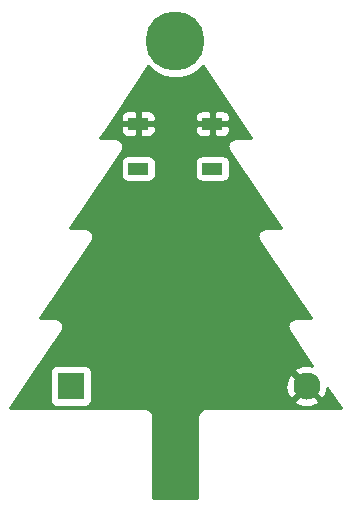
<source format=gbr>
G04 #@! TF.GenerationSoftware,KiCad,Pcbnew,(5.1.4)-1*
G04 #@! TF.CreationDate,2020-11-14T12:40:31-05:00*
G04 #@! TF.ProjectId,circuit,63697263-7569-4742-9e6b-696361645f70,rev?*
G04 #@! TF.SameCoordinates,Original*
G04 #@! TF.FileFunction,Copper,L2,Bot*
G04 #@! TF.FilePolarity,Positive*
%FSLAX46Y46*%
G04 Gerber Fmt 4.6, Leading zero omitted, Abs format (unit mm)*
G04 Created by KiCad (PCBNEW (5.1.4)-1) date 2020-11-14 12:40:31*
%MOMM*%
%LPD*%
G04 APERTURE LIST*
%ADD10C,0.800000*%
%ADD11C,5.000000*%
%ADD12R,1.700000X1.000000*%
%ADD13R,2.300000X2.300000*%
%ADD14C,2.300000*%
%ADD15C,0.254000*%
G04 APERTURE END LIST*
D10*
X64825825Y-43124175D03*
X63500000Y-42575000D03*
X62174175Y-43124175D03*
X61625000Y-44450000D03*
X62174175Y-45775825D03*
X63500000Y-46325000D03*
X64825825Y-45775825D03*
X65375000Y-44450000D03*
D11*
X63500000Y-44450000D03*
D12*
X60350000Y-55240000D03*
X66650000Y-55240000D03*
X60350000Y-51440000D03*
X66650000Y-51440000D03*
D13*
X54640000Y-73650000D03*
D14*
X74610000Y-73660000D03*
D10*
X66675000Y-51435000D03*
X60325000Y-51435000D03*
X61976000Y-82550000D03*
X63500000Y-82550000D03*
X65024000Y-82550000D03*
X66650000Y-55240000D03*
X60350000Y-55240000D03*
D15*
G36*
X69886778Y-52680000D02*
G01*
X68612757Y-52680000D01*
X68580693Y-52676808D01*
X68547934Y-52680000D01*
X68547581Y-52680000D01*
X68514866Y-52683222D01*
X68451299Y-52689416D01*
X68450971Y-52689515D01*
X68450617Y-52689550D01*
X68387927Y-52708567D01*
X68326849Y-52727025D01*
X68326543Y-52727188D01*
X68326207Y-52727290D01*
X68268531Y-52758118D01*
X68212127Y-52788191D01*
X68211861Y-52788409D01*
X68211550Y-52788575D01*
X68161126Y-52829957D01*
X68111543Y-52870562D01*
X68111323Y-52870830D01*
X68111052Y-52871052D01*
X68069507Y-52921674D01*
X68028962Y-52970974D01*
X68028801Y-52971275D01*
X68028575Y-52971550D01*
X67997765Y-53029191D01*
X67967556Y-53085566D01*
X67967455Y-53085899D01*
X67967290Y-53086207D01*
X67948274Y-53148892D01*
X67929687Y-53209938D01*
X67929653Y-53210276D01*
X67929550Y-53210617D01*
X67923113Y-53275974D01*
X67916808Y-53339307D01*
X67916841Y-53339650D01*
X67916807Y-53340000D01*
X67923224Y-53405157D01*
X67929416Y-53468701D01*
X67929515Y-53469029D01*
X67929550Y-53469383D01*
X67948567Y-53532073D01*
X67967025Y-53593151D01*
X67967188Y-53593457D01*
X67967290Y-53593793D01*
X67997963Y-53651178D01*
X68012864Y-53679127D01*
X68013054Y-53679412D01*
X68028575Y-53708450D01*
X68049024Y-53733367D01*
X72426778Y-60300000D01*
X71152757Y-60300000D01*
X71120693Y-60296808D01*
X71087934Y-60300000D01*
X71087581Y-60300000D01*
X71054866Y-60303222D01*
X70991299Y-60309416D01*
X70990971Y-60309515D01*
X70990617Y-60309550D01*
X70927927Y-60328567D01*
X70866849Y-60347025D01*
X70866543Y-60347188D01*
X70866207Y-60347290D01*
X70808531Y-60378118D01*
X70752127Y-60408191D01*
X70751861Y-60408409D01*
X70751550Y-60408575D01*
X70701126Y-60449957D01*
X70651543Y-60490562D01*
X70651323Y-60490830D01*
X70651052Y-60491052D01*
X70609507Y-60541674D01*
X70568962Y-60590974D01*
X70568801Y-60591275D01*
X70568575Y-60591550D01*
X70537765Y-60649191D01*
X70507556Y-60705566D01*
X70507455Y-60705899D01*
X70507290Y-60706207D01*
X70488274Y-60768892D01*
X70469687Y-60829938D01*
X70469653Y-60830276D01*
X70469550Y-60830617D01*
X70463113Y-60895974D01*
X70456808Y-60959307D01*
X70456841Y-60959650D01*
X70456807Y-60960000D01*
X70463224Y-61025157D01*
X70469416Y-61088701D01*
X70469515Y-61089029D01*
X70469550Y-61089383D01*
X70488567Y-61152073D01*
X70507025Y-61213151D01*
X70507188Y-61213457D01*
X70507290Y-61213793D01*
X70537963Y-61271178D01*
X70552864Y-61299127D01*
X70553054Y-61299412D01*
X70568575Y-61328450D01*
X70589024Y-61353367D01*
X74966778Y-67920000D01*
X73692757Y-67920000D01*
X73660693Y-67916808D01*
X73627934Y-67920000D01*
X73627581Y-67920000D01*
X73594866Y-67923222D01*
X73531299Y-67929416D01*
X73530971Y-67929515D01*
X73530617Y-67929550D01*
X73467927Y-67948567D01*
X73406849Y-67967025D01*
X73406543Y-67967188D01*
X73406207Y-67967290D01*
X73348531Y-67998118D01*
X73292127Y-68028191D01*
X73291861Y-68028409D01*
X73291550Y-68028575D01*
X73241126Y-68069957D01*
X73191543Y-68110562D01*
X73191323Y-68110830D01*
X73191052Y-68111052D01*
X73149507Y-68161674D01*
X73108962Y-68210974D01*
X73108801Y-68211275D01*
X73108575Y-68211550D01*
X73077765Y-68269191D01*
X73047556Y-68325566D01*
X73047455Y-68325899D01*
X73047290Y-68326207D01*
X73028274Y-68388892D01*
X73009687Y-68449938D01*
X73009653Y-68450276D01*
X73009550Y-68450617D01*
X73003113Y-68515974D01*
X72996808Y-68579307D01*
X72996841Y-68579650D01*
X72996807Y-68580000D01*
X73003224Y-68645157D01*
X73009416Y-68708701D01*
X73009515Y-68709029D01*
X73009550Y-68709383D01*
X73028567Y-68772073D01*
X73047025Y-68833151D01*
X73047188Y-68833457D01*
X73047290Y-68833793D01*
X73077963Y-68891178D01*
X73092864Y-68919127D01*
X73093054Y-68919412D01*
X73108575Y-68948450D01*
X73129024Y-68973367D01*
X75110991Y-71946318D01*
X74904174Y-71890651D01*
X74553339Y-71867259D01*
X74204681Y-71912760D01*
X73871600Y-72025406D01*
X73661118Y-72137910D01*
X73547256Y-72417651D01*
X74610000Y-73480395D01*
X74624143Y-73466253D01*
X74803748Y-73645858D01*
X74789605Y-73660000D01*
X75852349Y-74722744D01*
X76132090Y-74608882D01*
X76287961Y-74293704D01*
X76379349Y-73954174D01*
X76385733Y-73858431D01*
X77506778Y-75540000D01*
X66072419Y-75540000D01*
X66040000Y-75536807D01*
X66007581Y-75540000D01*
X65910617Y-75549550D01*
X65786207Y-75587290D01*
X65671550Y-75648575D01*
X65571052Y-75731052D01*
X65488575Y-75831550D01*
X65427290Y-75946207D01*
X65389550Y-76070617D01*
X65376807Y-76200000D01*
X65380001Y-76232429D01*
X65380000Y-83160000D01*
X61620000Y-83160000D01*
X61620000Y-76232419D01*
X61623193Y-76200000D01*
X61610450Y-76070617D01*
X61572710Y-75946207D01*
X61511425Y-75831550D01*
X61428948Y-75731052D01*
X61328450Y-75648575D01*
X61213793Y-75587290D01*
X61089383Y-75549550D01*
X60992419Y-75540000D01*
X60960000Y-75536807D01*
X60927581Y-75540000D01*
X49493221Y-75540000D01*
X51519887Y-72500000D01*
X52851928Y-72500000D01*
X52851928Y-74800000D01*
X52864188Y-74924482D01*
X52900498Y-75044180D01*
X52959463Y-75154494D01*
X53038815Y-75251185D01*
X53135506Y-75330537D01*
X53245820Y-75389502D01*
X53365518Y-75425812D01*
X53490000Y-75438072D01*
X55790000Y-75438072D01*
X55914482Y-75425812D01*
X56034180Y-75389502D01*
X56144494Y-75330537D01*
X56241185Y-75251185D01*
X56320537Y-75154494D01*
X56379502Y-75044180D01*
X56415812Y-74924482D01*
X56417991Y-74902349D01*
X73547256Y-74902349D01*
X73661118Y-75182090D01*
X73976296Y-75337961D01*
X74315826Y-75429349D01*
X74666661Y-75452741D01*
X75015319Y-75407240D01*
X75348400Y-75294594D01*
X75558882Y-75182090D01*
X75672744Y-74902349D01*
X74610000Y-73839605D01*
X73547256Y-74902349D01*
X56417991Y-74902349D01*
X56428072Y-74800000D01*
X56428072Y-73716661D01*
X72817259Y-73716661D01*
X72862760Y-74065319D01*
X72975406Y-74398400D01*
X73087910Y-74608882D01*
X73367651Y-74722744D01*
X74430395Y-73660000D01*
X73367651Y-72597256D01*
X73087910Y-72711118D01*
X72932039Y-73026296D01*
X72840651Y-73365826D01*
X72817259Y-73716661D01*
X56428072Y-73716661D01*
X56428072Y-72500000D01*
X56415812Y-72375518D01*
X56379502Y-72255820D01*
X56320537Y-72145506D01*
X56241185Y-72048815D01*
X56144494Y-71969463D01*
X56034180Y-71910498D01*
X55914482Y-71874188D01*
X55790000Y-71861928D01*
X53490000Y-71861928D01*
X53365518Y-71874188D01*
X53245820Y-71910498D01*
X53135506Y-71969463D01*
X53038815Y-72048815D01*
X52959463Y-72145506D01*
X52900498Y-72255820D01*
X52864188Y-72375518D01*
X52851928Y-72500000D01*
X51519887Y-72500000D01*
X53870978Y-68973365D01*
X53891425Y-68948450D01*
X53906945Y-68919414D01*
X53907135Y-68919129D01*
X53922124Y-68891015D01*
X53952710Y-68833793D01*
X53952811Y-68833459D01*
X53952975Y-68833152D01*
X53971552Y-68771680D01*
X53990450Y-68709383D01*
X53990485Y-68709032D01*
X53990584Y-68708703D01*
X53996785Y-68645062D01*
X54003193Y-68580000D01*
X54003159Y-68579650D01*
X54003192Y-68579307D01*
X53996887Y-68515974D01*
X53990450Y-68450617D01*
X53990347Y-68450276D01*
X53990313Y-68449938D01*
X53971766Y-68389024D01*
X53952710Y-68326207D01*
X53952545Y-68325898D01*
X53952444Y-68325567D01*
X53922342Y-68269392D01*
X53891425Y-68211550D01*
X53891199Y-68211275D01*
X53891038Y-68210974D01*
X53850493Y-68161674D01*
X53808948Y-68111052D01*
X53808677Y-68110830D01*
X53808457Y-68110562D01*
X53758874Y-68069957D01*
X53708450Y-68028575D01*
X53708139Y-68028409D01*
X53707873Y-68028191D01*
X53651469Y-67998118D01*
X53593793Y-67967290D01*
X53593457Y-67967188D01*
X53593151Y-67967025D01*
X53532073Y-67948567D01*
X53469383Y-67929550D01*
X53469029Y-67929515D01*
X53468701Y-67929416D01*
X53405180Y-67923227D01*
X53372419Y-67920000D01*
X53372065Y-67920000D01*
X53339306Y-67916808D01*
X53307242Y-67920000D01*
X52033221Y-67920000D01*
X56410978Y-61353365D01*
X56431425Y-61328450D01*
X56446945Y-61299414D01*
X56447135Y-61299129D01*
X56462124Y-61271015D01*
X56492710Y-61213793D01*
X56492811Y-61213459D01*
X56492975Y-61213152D01*
X56511552Y-61151680D01*
X56530450Y-61089383D01*
X56530485Y-61089032D01*
X56530584Y-61088703D01*
X56536785Y-61025062D01*
X56543193Y-60960000D01*
X56543159Y-60959650D01*
X56543192Y-60959307D01*
X56536887Y-60895974D01*
X56530450Y-60830617D01*
X56530347Y-60830276D01*
X56530313Y-60829938D01*
X56511766Y-60769024D01*
X56492710Y-60706207D01*
X56492545Y-60705898D01*
X56492444Y-60705567D01*
X56462342Y-60649392D01*
X56431425Y-60591550D01*
X56431199Y-60591275D01*
X56431038Y-60590974D01*
X56390493Y-60541674D01*
X56348948Y-60491052D01*
X56348677Y-60490830D01*
X56348457Y-60490562D01*
X56298874Y-60449957D01*
X56248450Y-60408575D01*
X56248139Y-60408409D01*
X56247873Y-60408191D01*
X56191469Y-60378118D01*
X56133793Y-60347290D01*
X56133457Y-60347188D01*
X56133151Y-60347025D01*
X56072073Y-60328567D01*
X56009383Y-60309550D01*
X56009029Y-60309515D01*
X56008701Y-60309416D01*
X55945180Y-60303227D01*
X55912419Y-60300000D01*
X55912065Y-60300000D01*
X55879306Y-60296808D01*
X55847242Y-60300000D01*
X54573221Y-60300000D01*
X58279887Y-54740000D01*
X58861928Y-54740000D01*
X58861928Y-55740000D01*
X58874188Y-55864482D01*
X58910498Y-55984180D01*
X58969463Y-56094494D01*
X59048815Y-56191185D01*
X59145506Y-56270537D01*
X59255820Y-56329502D01*
X59375518Y-56365812D01*
X59500000Y-56378072D01*
X61200000Y-56378072D01*
X61324482Y-56365812D01*
X61444180Y-56329502D01*
X61554494Y-56270537D01*
X61651185Y-56191185D01*
X61730537Y-56094494D01*
X61789502Y-55984180D01*
X61825812Y-55864482D01*
X61838072Y-55740000D01*
X61838072Y-54740000D01*
X65161928Y-54740000D01*
X65161928Y-55740000D01*
X65174188Y-55864482D01*
X65210498Y-55984180D01*
X65269463Y-56094494D01*
X65348815Y-56191185D01*
X65445506Y-56270537D01*
X65555820Y-56329502D01*
X65675518Y-56365812D01*
X65800000Y-56378072D01*
X67500000Y-56378072D01*
X67624482Y-56365812D01*
X67744180Y-56329502D01*
X67854494Y-56270537D01*
X67951185Y-56191185D01*
X68030537Y-56094494D01*
X68089502Y-55984180D01*
X68125812Y-55864482D01*
X68138072Y-55740000D01*
X68138072Y-54740000D01*
X68125812Y-54615518D01*
X68089502Y-54495820D01*
X68030537Y-54385506D01*
X67951185Y-54288815D01*
X67854494Y-54209463D01*
X67744180Y-54150498D01*
X67624482Y-54114188D01*
X67500000Y-54101928D01*
X65800000Y-54101928D01*
X65675518Y-54114188D01*
X65555820Y-54150498D01*
X65445506Y-54209463D01*
X65348815Y-54288815D01*
X65269463Y-54385506D01*
X65210498Y-54495820D01*
X65174188Y-54615518D01*
X65161928Y-54740000D01*
X61838072Y-54740000D01*
X61825812Y-54615518D01*
X61789502Y-54495820D01*
X61730537Y-54385506D01*
X61651185Y-54288815D01*
X61554494Y-54209463D01*
X61444180Y-54150498D01*
X61324482Y-54114188D01*
X61200000Y-54101928D01*
X59500000Y-54101928D01*
X59375518Y-54114188D01*
X59255820Y-54150498D01*
X59145506Y-54209463D01*
X59048815Y-54288815D01*
X58969463Y-54385506D01*
X58910498Y-54495820D01*
X58874188Y-54615518D01*
X58861928Y-54740000D01*
X58279887Y-54740000D01*
X58950978Y-53733365D01*
X58971425Y-53708450D01*
X58986945Y-53679414D01*
X58987135Y-53679129D01*
X59002124Y-53651015D01*
X59032710Y-53593793D01*
X59032811Y-53593459D01*
X59032975Y-53593152D01*
X59051552Y-53531680D01*
X59070450Y-53469383D01*
X59070485Y-53469032D01*
X59070584Y-53468703D01*
X59076785Y-53405062D01*
X59083193Y-53340000D01*
X59083159Y-53339650D01*
X59083192Y-53339307D01*
X59076887Y-53275974D01*
X59070450Y-53210617D01*
X59070347Y-53210276D01*
X59070313Y-53209938D01*
X59051766Y-53149024D01*
X59032710Y-53086207D01*
X59032545Y-53085898D01*
X59032444Y-53085567D01*
X59002342Y-53029392D01*
X58971425Y-52971550D01*
X58971199Y-52971275D01*
X58971038Y-52970974D01*
X58930493Y-52921674D01*
X58888948Y-52871052D01*
X58888677Y-52870830D01*
X58888457Y-52870562D01*
X58838874Y-52829957D01*
X58788450Y-52788575D01*
X58788139Y-52788409D01*
X58787873Y-52788191D01*
X58731469Y-52758118D01*
X58673793Y-52727290D01*
X58673457Y-52727188D01*
X58673151Y-52727025D01*
X58612073Y-52708567D01*
X58549383Y-52689550D01*
X58549029Y-52689515D01*
X58548701Y-52689416D01*
X58485180Y-52683227D01*
X58452419Y-52680000D01*
X58452065Y-52680000D01*
X58419306Y-52676808D01*
X58387242Y-52680000D01*
X57113221Y-52680000D01*
X57606554Y-51940000D01*
X58861928Y-51940000D01*
X58874188Y-52064482D01*
X58910498Y-52184180D01*
X58969463Y-52294494D01*
X59048815Y-52391185D01*
X59145506Y-52470537D01*
X59255820Y-52529502D01*
X59375518Y-52565812D01*
X59500000Y-52578072D01*
X60064250Y-52575000D01*
X60223000Y-52416250D01*
X60223000Y-51567000D01*
X60477000Y-51567000D01*
X60477000Y-52416250D01*
X60635750Y-52575000D01*
X61200000Y-52578072D01*
X61324482Y-52565812D01*
X61444180Y-52529502D01*
X61554494Y-52470537D01*
X61651185Y-52391185D01*
X61730537Y-52294494D01*
X61789502Y-52184180D01*
X61825812Y-52064482D01*
X61838072Y-51940000D01*
X65161928Y-51940000D01*
X65174188Y-52064482D01*
X65210498Y-52184180D01*
X65269463Y-52294494D01*
X65348815Y-52391185D01*
X65445506Y-52470537D01*
X65555820Y-52529502D01*
X65675518Y-52565812D01*
X65800000Y-52578072D01*
X66364250Y-52575000D01*
X66523000Y-52416250D01*
X66523000Y-51567000D01*
X66777000Y-51567000D01*
X66777000Y-52416250D01*
X66935750Y-52575000D01*
X67500000Y-52578072D01*
X67624482Y-52565812D01*
X67744180Y-52529502D01*
X67854494Y-52470537D01*
X67951185Y-52391185D01*
X68030537Y-52294494D01*
X68089502Y-52184180D01*
X68125812Y-52064482D01*
X68138072Y-51940000D01*
X68135000Y-51725750D01*
X67976250Y-51567000D01*
X66777000Y-51567000D01*
X66523000Y-51567000D01*
X65323750Y-51567000D01*
X65165000Y-51725750D01*
X65161928Y-51940000D01*
X61838072Y-51940000D01*
X61835000Y-51725750D01*
X61676250Y-51567000D01*
X60477000Y-51567000D01*
X60223000Y-51567000D01*
X59023750Y-51567000D01*
X58865000Y-51725750D01*
X58861928Y-51940000D01*
X57606554Y-51940000D01*
X58273220Y-50940000D01*
X58861928Y-50940000D01*
X58865000Y-51154250D01*
X59023750Y-51313000D01*
X60223000Y-51313000D01*
X60223000Y-50463750D01*
X60477000Y-50463750D01*
X60477000Y-51313000D01*
X61676250Y-51313000D01*
X61835000Y-51154250D01*
X61838072Y-50940000D01*
X65161928Y-50940000D01*
X65165000Y-51154250D01*
X65323750Y-51313000D01*
X66523000Y-51313000D01*
X66523000Y-50463750D01*
X66777000Y-50463750D01*
X66777000Y-51313000D01*
X67976250Y-51313000D01*
X68135000Y-51154250D01*
X68138072Y-50940000D01*
X68125812Y-50815518D01*
X68089502Y-50695820D01*
X68030537Y-50585506D01*
X67951185Y-50488815D01*
X67854494Y-50409463D01*
X67744180Y-50350498D01*
X67624482Y-50314188D01*
X67500000Y-50301928D01*
X66935750Y-50305000D01*
X66777000Y-50463750D01*
X66523000Y-50463750D01*
X66364250Y-50305000D01*
X65800000Y-50301928D01*
X65675518Y-50314188D01*
X65555820Y-50350498D01*
X65445506Y-50409463D01*
X65348815Y-50488815D01*
X65269463Y-50585506D01*
X65210498Y-50695820D01*
X65174188Y-50815518D01*
X65161928Y-50940000D01*
X61838072Y-50940000D01*
X61825812Y-50815518D01*
X61789502Y-50695820D01*
X61730537Y-50585506D01*
X61651185Y-50488815D01*
X61554494Y-50409463D01*
X61444180Y-50350498D01*
X61324482Y-50314188D01*
X61200000Y-50301928D01*
X60635750Y-50305000D01*
X60477000Y-50463750D01*
X60223000Y-50463750D01*
X60064250Y-50305000D01*
X59500000Y-50301928D01*
X59375518Y-50314188D01*
X59255820Y-50350498D01*
X59145506Y-50409463D01*
X59048815Y-50488815D01*
X58969463Y-50585506D01*
X58910498Y-50695820D01*
X58874188Y-50815518D01*
X58861928Y-50940000D01*
X58273220Y-50940000D01*
X61186509Y-46570069D01*
X61501554Y-46885114D01*
X62015021Y-47228201D01*
X62585554Y-47464524D01*
X63191229Y-47585000D01*
X63808771Y-47585000D01*
X64414446Y-47464524D01*
X64984979Y-47228201D01*
X65498446Y-46885114D01*
X65813492Y-46570068D01*
X69886778Y-52680000D01*
X69886778Y-52680000D01*
G37*
X69886778Y-52680000D02*
X68612757Y-52680000D01*
X68580693Y-52676808D01*
X68547934Y-52680000D01*
X68547581Y-52680000D01*
X68514866Y-52683222D01*
X68451299Y-52689416D01*
X68450971Y-52689515D01*
X68450617Y-52689550D01*
X68387927Y-52708567D01*
X68326849Y-52727025D01*
X68326543Y-52727188D01*
X68326207Y-52727290D01*
X68268531Y-52758118D01*
X68212127Y-52788191D01*
X68211861Y-52788409D01*
X68211550Y-52788575D01*
X68161126Y-52829957D01*
X68111543Y-52870562D01*
X68111323Y-52870830D01*
X68111052Y-52871052D01*
X68069507Y-52921674D01*
X68028962Y-52970974D01*
X68028801Y-52971275D01*
X68028575Y-52971550D01*
X67997765Y-53029191D01*
X67967556Y-53085566D01*
X67967455Y-53085899D01*
X67967290Y-53086207D01*
X67948274Y-53148892D01*
X67929687Y-53209938D01*
X67929653Y-53210276D01*
X67929550Y-53210617D01*
X67923113Y-53275974D01*
X67916808Y-53339307D01*
X67916841Y-53339650D01*
X67916807Y-53340000D01*
X67923224Y-53405157D01*
X67929416Y-53468701D01*
X67929515Y-53469029D01*
X67929550Y-53469383D01*
X67948567Y-53532073D01*
X67967025Y-53593151D01*
X67967188Y-53593457D01*
X67967290Y-53593793D01*
X67997963Y-53651178D01*
X68012864Y-53679127D01*
X68013054Y-53679412D01*
X68028575Y-53708450D01*
X68049024Y-53733367D01*
X72426778Y-60300000D01*
X71152757Y-60300000D01*
X71120693Y-60296808D01*
X71087934Y-60300000D01*
X71087581Y-60300000D01*
X71054866Y-60303222D01*
X70991299Y-60309416D01*
X70990971Y-60309515D01*
X70990617Y-60309550D01*
X70927927Y-60328567D01*
X70866849Y-60347025D01*
X70866543Y-60347188D01*
X70866207Y-60347290D01*
X70808531Y-60378118D01*
X70752127Y-60408191D01*
X70751861Y-60408409D01*
X70751550Y-60408575D01*
X70701126Y-60449957D01*
X70651543Y-60490562D01*
X70651323Y-60490830D01*
X70651052Y-60491052D01*
X70609507Y-60541674D01*
X70568962Y-60590974D01*
X70568801Y-60591275D01*
X70568575Y-60591550D01*
X70537765Y-60649191D01*
X70507556Y-60705566D01*
X70507455Y-60705899D01*
X70507290Y-60706207D01*
X70488274Y-60768892D01*
X70469687Y-60829938D01*
X70469653Y-60830276D01*
X70469550Y-60830617D01*
X70463113Y-60895974D01*
X70456808Y-60959307D01*
X70456841Y-60959650D01*
X70456807Y-60960000D01*
X70463224Y-61025157D01*
X70469416Y-61088701D01*
X70469515Y-61089029D01*
X70469550Y-61089383D01*
X70488567Y-61152073D01*
X70507025Y-61213151D01*
X70507188Y-61213457D01*
X70507290Y-61213793D01*
X70537963Y-61271178D01*
X70552864Y-61299127D01*
X70553054Y-61299412D01*
X70568575Y-61328450D01*
X70589024Y-61353367D01*
X74966778Y-67920000D01*
X73692757Y-67920000D01*
X73660693Y-67916808D01*
X73627934Y-67920000D01*
X73627581Y-67920000D01*
X73594866Y-67923222D01*
X73531299Y-67929416D01*
X73530971Y-67929515D01*
X73530617Y-67929550D01*
X73467927Y-67948567D01*
X73406849Y-67967025D01*
X73406543Y-67967188D01*
X73406207Y-67967290D01*
X73348531Y-67998118D01*
X73292127Y-68028191D01*
X73291861Y-68028409D01*
X73291550Y-68028575D01*
X73241126Y-68069957D01*
X73191543Y-68110562D01*
X73191323Y-68110830D01*
X73191052Y-68111052D01*
X73149507Y-68161674D01*
X73108962Y-68210974D01*
X73108801Y-68211275D01*
X73108575Y-68211550D01*
X73077765Y-68269191D01*
X73047556Y-68325566D01*
X73047455Y-68325899D01*
X73047290Y-68326207D01*
X73028274Y-68388892D01*
X73009687Y-68449938D01*
X73009653Y-68450276D01*
X73009550Y-68450617D01*
X73003113Y-68515974D01*
X72996808Y-68579307D01*
X72996841Y-68579650D01*
X72996807Y-68580000D01*
X73003224Y-68645157D01*
X73009416Y-68708701D01*
X73009515Y-68709029D01*
X73009550Y-68709383D01*
X73028567Y-68772073D01*
X73047025Y-68833151D01*
X73047188Y-68833457D01*
X73047290Y-68833793D01*
X73077963Y-68891178D01*
X73092864Y-68919127D01*
X73093054Y-68919412D01*
X73108575Y-68948450D01*
X73129024Y-68973367D01*
X75110991Y-71946318D01*
X74904174Y-71890651D01*
X74553339Y-71867259D01*
X74204681Y-71912760D01*
X73871600Y-72025406D01*
X73661118Y-72137910D01*
X73547256Y-72417651D01*
X74610000Y-73480395D01*
X74624143Y-73466253D01*
X74803748Y-73645858D01*
X74789605Y-73660000D01*
X75852349Y-74722744D01*
X76132090Y-74608882D01*
X76287961Y-74293704D01*
X76379349Y-73954174D01*
X76385733Y-73858431D01*
X77506778Y-75540000D01*
X66072419Y-75540000D01*
X66040000Y-75536807D01*
X66007581Y-75540000D01*
X65910617Y-75549550D01*
X65786207Y-75587290D01*
X65671550Y-75648575D01*
X65571052Y-75731052D01*
X65488575Y-75831550D01*
X65427290Y-75946207D01*
X65389550Y-76070617D01*
X65376807Y-76200000D01*
X65380001Y-76232429D01*
X65380000Y-83160000D01*
X61620000Y-83160000D01*
X61620000Y-76232419D01*
X61623193Y-76200000D01*
X61610450Y-76070617D01*
X61572710Y-75946207D01*
X61511425Y-75831550D01*
X61428948Y-75731052D01*
X61328450Y-75648575D01*
X61213793Y-75587290D01*
X61089383Y-75549550D01*
X60992419Y-75540000D01*
X60960000Y-75536807D01*
X60927581Y-75540000D01*
X49493221Y-75540000D01*
X51519887Y-72500000D01*
X52851928Y-72500000D01*
X52851928Y-74800000D01*
X52864188Y-74924482D01*
X52900498Y-75044180D01*
X52959463Y-75154494D01*
X53038815Y-75251185D01*
X53135506Y-75330537D01*
X53245820Y-75389502D01*
X53365518Y-75425812D01*
X53490000Y-75438072D01*
X55790000Y-75438072D01*
X55914482Y-75425812D01*
X56034180Y-75389502D01*
X56144494Y-75330537D01*
X56241185Y-75251185D01*
X56320537Y-75154494D01*
X56379502Y-75044180D01*
X56415812Y-74924482D01*
X56417991Y-74902349D01*
X73547256Y-74902349D01*
X73661118Y-75182090D01*
X73976296Y-75337961D01*
X74315826Y-75429349D01*
X74666661Y-75452741D01*
X75015319Y-75407240D01*
X75348400Y-75294594D01*
X75558882Y-75182090D01*
X75672744Y-74902349D01*
X74610000Y-73839605D01*
X73547256Y-74902349D01*
X56417991Y-74902349D01*
X56428072Y-74800000D01*
X56428072Y-73716661D01*
X72817259Y-73716661D01*
X72862760Y-74065319D01*
X72975406Y-74398400D01*
X73087910Y-74608882D01*
X73367651Y-74722744D01*
X74430395Y-73660000D01*
X73367651Y-72597256D01*
X73087910Y-72711118D01*
X72932039Y-73026296D01*
X72840651Y-73365826D01*
X72817259Y-73716661D01*
X56428072Y-73716661D01*
X56428072Y-72500000D01*
X56415812Y-72375518D01*
X56379502Y-72255820D01*
X56320537Y-72145506D01*
X56241185Y-72048815D01*
X56144494Y-71969463D01*
X56034180Y-71910498D01*
X55914482Y-71874188D01*
X55790000Y-71861928D01*
X53490000Y-71861928D01*
X53365518Y-71874188D01*
X53245820Y-71910498D01*
X53135506Y-71969463D01*
X53038815Y-72048815D01*
X52959463Y-72145506D01*
X52900498Y-72255820D01*
X52864188Y-72375518D01*
X52851928Y-72500000D01*
X51519887Y-72500000D01*
X53870978Y-68973365D01*
X53891425Y-68948450D01*
X53906945Y-68919414D01*
X53907135Y-68919129D01*
X53922124Y-68891015D01*
X53952710Y-68833793D01*
X53952811Y-68833459D01*
X53952975Y-68833152D01*
X53971552Y-68771680D01*
X53990450Y-68709383D01*
X53990485Y-68709032D01*
X53990584Y-68708703D01*
X53996785Y-68645062D01*
X54003193Y-68580000D01*
X54003159Y-68579650D01*
X54003192Y-68579307D01*
X53996887Y-68515974D01*
X53990450Y-68450617D01*
X53990347Y-68450276D01*
X53990313Y-68449938D01*
X53971766Y-68389024D01*
X53952710Y-68326207D01*
X53952545Y-68325898D01*
X53952444Y-68325567D01*
X53922342Y-68269392D01*
X53891425Y-68211550D01*
X53891199Y-68211275D01*
X53891038Y-68210974D01*
X53850493Y-68161674D01*
X53808948Y-68111052D01*
X53808677Y-68110830D01*
X53808457Y-68110562D01*
X53758874Y-68069957D01*
X53708450Y-68028575D01*
X53708139Y-68028409D01*
X53707873Y-68028191D01*
X53651469Y-67998118D01*
X53593793Y-67967290D01*
X53593457Y-67967188D01*
X53593151Y-67967025D01*
X53532073Y-67948567D01*
X53469383Y-67929550D01*
X53469029Y-67929515D01*
X53468701Y-67929416D01*
X53405180Y-67923227D01*
X53372419Y-67920000D01*
X53372065Y-67920000D01*
X53339306Y-67916808D01*
X53307242Y-67920000D01*
X52033221Y-67920000D01*
X56410978Y-61353365D01*
X56431425Y-61328450D01*
X56446945Y-61299414D01*
X56447135Y-61299129D01*
X56462124Y-61271015D01*
X56492710Y-61213793D01*
X56492811Y-61213459D01*
X56492975Y-61213152D01*
X56511552Y-61151680D01*
X56530450Y-61089383D01*
X56530485Y-61089032D01*
X56530584Y-61088703D01*
X56536785Y-61025062D01*
X56543193Y-60960000D01*
X56543159Y-60959650D01*
X56543192Y-60959307D01*
X56536887Y-60895974D01*
X56530450Y-60830617D01*
X56530347Y-60830276D01*
X56530313Y-60829938D01*
X56511766Y-60769024D01*
X56492710Y-60706207D01*
X56492545Y-60705898D01*
X56492444Y-60705567D01*
X56462342Y-60649392D01*
X56431425Y-60591550D01*
X56431199Y-60591275D01*
X56431038Y-60590974D01*
X56390493Y-60541674D01*
X56348948Y-60491052D01*
X56348677Y-60490830D01*
X56348457Y-60490562D01*
X56298874Y-60449957D01*
X56248450Y-60408575D01*
X56248139Y-60408409D01*
X56247873Y-60408191D01*
X56191469Y-60378118D01*
X56133793Y-60347290D01*
X56133457Y-60347188D01*
X56133151Y-60347025D01*
X56072073Y-60328567D01*
X56009383Y-60309550D01*
X56009029Y-60309515D01*
X56008701Y-60309416D01*
X55945180Y-60303227D01*
X55912419Y-60300000D01*
X55912065Y-60300000D01*
X55879306Y-60296808D01*
X55847242Y-60300000D01*
X54573221Y-60300000D01*
X58279887Y-54740000D01*
X58861928Y-54740000D01*
X58861928Y-55740000D01*
X58874188Y-55864482D01*
X58910498Y-55984180D01*
X58969463Y-56094494D01*
X59048815Y-56191185D01*
X59145506Y-56270537D01*
X59255820Y-56329502D01*
X59375518Y-56365812D01*
X59500000Y-56378072D01*
X61200000Y-56378072D01*
X61324482Y-56365812D01*
X61444180Y-56329502D01*
X61554494Y-56270537D01*
X61651185Y-56191185D01*
X61730537Y-56094494D01*
X61789502Y-55984180D01*
X61825812Y-55864482D01*
X61838072Y-55740000D01*
X61838072Y-54740000D01*
X65161928Y-54740000D01*
X65161928Y-55740000D01*
X65174188Y-55864482D01*
X65210498Y-55984180D01*
X65269463Y-56094494D01*
X65348815Y-56191185D01*
X65445506Y-56270537D01*
X65555820Y-56329502D01*
X65675518Y-56365812D01*
X65800000Y-56378072D01*
X67500000Y-56378072D01*
X67624482Y-56365812D01*
X67744180Y-56329502D01*
X67854494Y-56270537D01*
X67951185Y-56191185D01*
X68030537Y-56094494D01*
X68089502Y-55984180D01*
X68125812Y-55864482D01*
X68138072Y-55740000D01*
X68138072Y-54740000D01*
X68125812Y-54615518D01*
X68089502Y-54495820D01*
X68030537Y-54385506D01*
X67951185Y-54288815D01*
X67854494Y-54209463D01*
X67744180Y-54150498D01*
X67624482Y-54114188D01*
X67500000Y-54101928D01*
X65800000Y-54101928D01*
X65675518Y-54114188D01*
X65555820Y-54150498D01*
X65445506Y-54209463D01*
X65348815Y-54288815D01*
X65269463Y-54385506D01*
X65210498Y-54495820D01*
X65174188Y-54615518D01*
X65161928Y-54740000D01*
X61838072Y-54740000D01*
X61825812Y-54615518D01*
X61789502Y-54495820D01*
X61730537Y-54385506D01*
X61651185Y-54288815D01*
X61554494Y-54209463D01*
X61444180Y-54150498D01*
X61324482Y-54114188D01*
X61200000Y-54101928D01*
X59500000Y-54101928D01*
X59375518Y-54114188D01*
X59255820Y-54150498D01*
X59145506Y-54209463D01*
X59048815Y-54288815D01*
X58969463Y-54385506D01*
X58910498Y-54495820D01*
X58874188Y-54615518D01*
X58861928Y-54740000D01*
X58279887Y-54740000D01*
X58950978Y-53733365D01*
X58971425Y-53708450D01*
X58986945Y-53679414D01*
X58987135Y-53679129D01*
X59002124Y-53651015D01*
X59032710Y-53593793D01*
X59032811Y-53593459D01*
X59032975Y-53593152D01*
X59051552Y-53531680D01*
X59070450Y-53469383D01*
X59070485Y-53469032D01*
X59070584Y-53468703D01*
X59076785Y-53405062D01*
X59083193Y-53340000D01*
X59083159Y-53339650D01*
X59083192Y-53339307D01*
X59076887Y-53275974D01*
X59070450Y-53210617D01*
X59070347Y-53210276D01*
X59070313Y-53209938D01*
X59051766Y-53149024D01*
X59032710Y-53086207D01*
X59032545Y-53085898D01*
X59032444Y-53085567D01*
X59002342Y-53029392D01*
X58971425Y-52971550D01*
X58971199Y-52971275D01*
X58971038Y-52970974D01*
X58930493Y-52921674D01*
X58888948Y-52871052D01*
X58888677Y-52870830D01*
X58888457Y-52870562D01*
X58838874Y-52829957D01*
X58788450Y-52788575D01*
X58788139Y-52788409D01*
X58787873Y-52788191D01*
X58731469Y-52758118D01*
X58673793Y-52727290D01*
X58673457Y-52727188D01*
X58673151Y-52727025D01*
X58612073Y-52708567D01*
X58549383Y-52689550D01*
X58549029Y-52689515D01*
X58548701Y-52689416D01*
X58485180Y-52683227D01*
X58452419Y-52680000D01*
X58452065Y-52680000D01*
X58419306Y-52676808D01*
X58387242Y-52680000D01*
X57113221Y-52680000D01*
X57606554Y-51940000D01*
X58861928Y-51940000D01*
X58874188Y-52064482D01*
X58910498Y-52184180D01*
X58969463Y-52294494D01*
X59048815Y-52391185D01*
X59145506Y-52470537D01*
X59255820Y-52529502D01*
X59375518Y-52565812D01*
X59500000Y-52578072D01*
X60064250Y-52575000D01*
X60223000Y-52416250D01*
X60223000Y-51567000D01*
X60477000Y-51567000D01*
X60477000Y-52416250D01*
X60635750Y-52575000D01*
X61200000Y-52578072D01*
X61324482Y-52565812D01*
X61444180Y-52529502D01*
X61554494Y-52470537D01*
X61651185Y-52391185D01*
X61730537Y-52294494D01*
X61789502Y-52184180D01*
X61825812Y-52064482D01*
X61838072Y-51940000D01*
X65161928Y-51940000D01*
X65174188Y-52064482D01*
X65210498Y-52184180D01*
X65269463Y-52294494D01*
X65348815Y-52391185D01*
X65445506Y-52470537D01*
X65555820Y-52529502D01*
X65675518Y-52565812D01*
X65800000Y-52578072D01*
X66364250Y-52575000D01*
X66523000Y-52416250D01*
X66523000Y-51567000D01*
X66777000Y-51567000D01*
X66777000Y-52416250D01*
X66935750Y-52575000D01*
X67500000Y-52578072D01*
X67624482Y-52565812D01*
X67744180Y-52529502D01*
X67854494Y-52470537D01*
X67951185Y-52391185D01*
X68030537Y-52294494D01*
X68089502Y-52184180D01*
X68125812Y-52064482D01*
X68138072Y-51940000D01*
X68135000Y-51725750D01*
X67976250Y-51567000D01*
X66777000Y-51567000D01*
X66523000Y-51567000D01*
X65323750Y-51567000D01*
X65165000Y-51725750D01*
X65161928Y-51940000D01*
X61838072Y-51940000D01*
X61835000Y-51725750D01*
X61676250Y-51567000D01*
X60477000Y-51567000D01*
X60223000Y-51567000D01*
X59023750Y-51567000D01*
X58865000Y-51725750D01*
X58861928Y-51940000D01*
X57606554Y-51940000D01*
X58273220Y-50940000D01*
X58861928Y-50940000D01*
X58865000Y-51154250D01*
X59023750Y-51313000D01*
X60223000Y-51313000D01*
X60223000Y-50463750D01*
X60477000Y-50463750D01*
X60477000Y-51313000D01*
X61676250Y-51313000D01*
X61835000Y-51154250D01*
X61838072Y-50940000D01*
X65161928Y-50940000D01*
X65165000Y-51154250D01*
X65323750Y-51313000D01*
X66523000Y-51313000D01*
X66523000Y-50463750D01*
X66777000Y-50463750D01*
X66777000Y-51313000D01*
X67976250Y-51313000D01*
X68135000Y-51154250D01*
X68138072Y-50940000D01*
X68125812Y-50815518D01*
X68089502Y-50695820D01*
X68030537Y-50585506D01*
X67951185Y-50488815D01*
X67854494Y-50409463D01*
X67744180Y-50350498D01*
X67624482Y-50314188D01*
X67500000Y-50301928D01*
X66935750Y-50305000D01*
X66777000Y-50463750D01*
X66523000Y-50463750D01*
X66364250Y-50305000D01*
X65800000Y-50301928D01*
X65675518Y-50314188D01*
X65555820Y-50350498D01*
X65445506Y-50409463D01*
X65348815Y-50488815D01*
X65269463Y-50585506D01*
X65210498Y-50695820D01*
X65174188Y-50815518D01*
X65161928Y-50940000D01*
X61838072Y-50940000D01*
X61825812Y-50815518D01*
X61789502Y-50695820D01*
X61730537Y-50585506D01*
X61651185Y-50488815D01*
X61554494Y-50409463D01*
X61444180Y-50350498D01*
X61324482Y-50314188D01*
X61200000Y-50301928D01*
X60635750Y-50305000D01*
X60477000Y-50463750D01*
X60223000Y-50463750D01*
X60064250Y-50305000D01*
X59500000Y-50301928D01*
X59375518Y-50314188D01*
X59255820Y-50350498D01*
X59145506Y-50409463D01*
X59048815Y-50488815D01*
X58969463Y-50585506D01*
X58910498Y-50695820D01*
X58874188Y-50815518D01*
X58861928Y-50940000D01*
X58273220Y-50940000D01*
X61186509Y-46570069D01*
X61501554Y-46885114D01*
X62015021Y-47228201D01*
X62585554Y-47464524D01*
X63191229Y-47585000D01*
X63808771Y-47585000D01*
X64414446Y-47464524D01*
X64984979Y-47228201D01*
X65498446Y-46885114D01*
X65813492Y-46570068D01*
X69886778Y-52680000D01*
M02*

</source>
